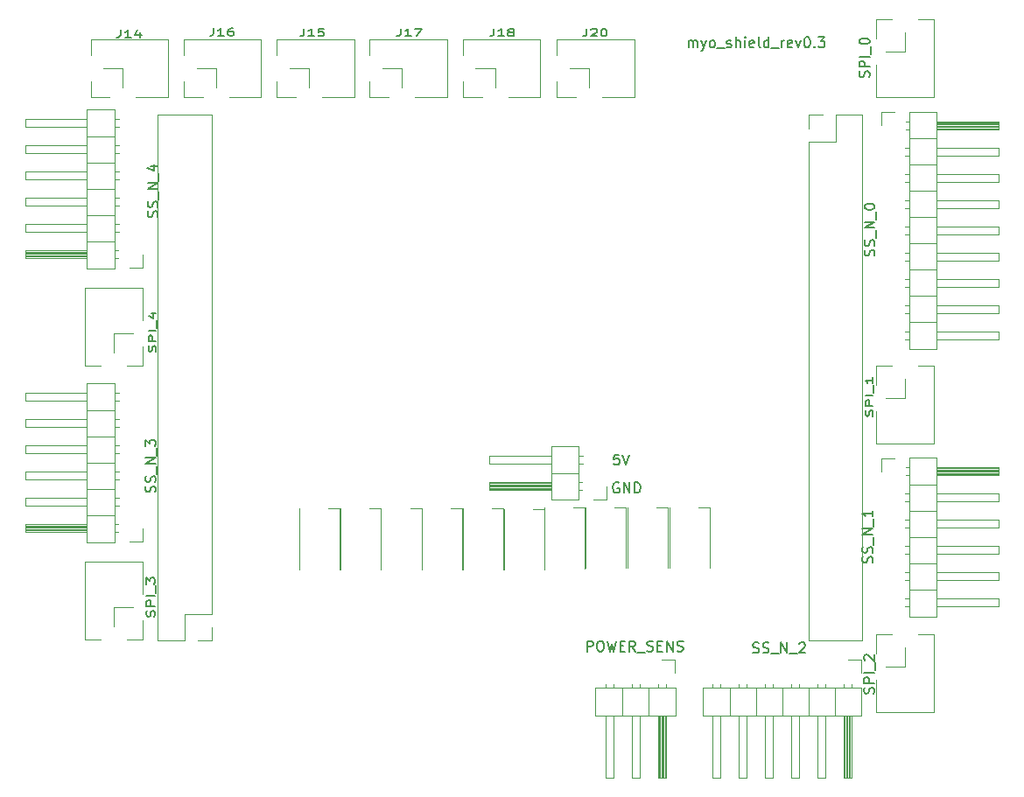
<source format=gbr>
G04 #@! TF.GenerationSoftware,KiCad,Pcbnew,5.1.0-060a0da~80~ubuntu18.04.1*
G04 #@! TF.CreationDate,2019-05-11T22:14:08+02:00*
G04 #@! TF.ProjectId,myo_shield_pcb,6d796f5f-7368-4696-956c-645f7063622e,rev?*
G04 #@! TF.SameCoordinates,Original*
G04 #@! TF.FileFunction,Legend,Top*
G04 #@! TF.FilePolarity,Positive*
%FSLAX46Y46*%
G04 Gerber Fmt 4.6, Leading zero omitted, Abs format (unit mm)*
G04 Created by KiCad (PCBNEW 5.1.0-060a0da~80~ubuntu18.04.1) date 2019-05-11 22:14:08*
%MOMM*%
%LPD*%
G04 APERTURE LIST*
%ADD10C,0.150000*%
%ADD11C,0.120000*%
G04 APERTURE END LIST*
D10*
X165838095Y-121100000D02*
X165742857Y-121052380D01*
X165600000Y-121052380D01*
X165457142Y-121100000D01*
X165361904Y-121195238D01*
X165314285Y-121290476D01*
X165266666Y-121480952D01*
X165266666Y-121623809D01*
X165314285Y-121814285D01*
X165361904Y-121909523D01*
X165457142Y-122004761D01*
X165600000Y-122052380D01*
X165695238Y-122052380D01*
X165838095Y-122004761D01*
X165885714Y-121957142D01*
X165885714Y-121623809D01*
X165695238Y-121623809D01*
X166314285Y-122052380D02*
X166314285Y-121052380D01*
X166885714Y-122052380D01*
X166885714Y-121052380D01*
X167361904Y-122052380D02*
X167361904Y-121052380D01*
X167600000Y-121052380D01*
X167742857Y-121100000D01*
X167838095Y-121195238D01*
X167885714Y-121290476D01*
X167933333Y-121480952D01*
X167933333Y-121623809D01*
X167885714Y-121814285D01*
X167838095Y-121909523D01*
X167742857Y-122004761D01*
X167600000Y-122052380D01*
X167361904Y-122052380D01*
X165859523Y-118352380D02*
X165383333Y-118352380D01*
X165335714Y-118828571D01*
X165383333Y-118780952D01*
X165478571Y-118733333D01*
X165716666Y-118733333D01*
X165811904Y-118780952D01*
X165859523Y-118828571D01*
X165907142Y-118923809D01*
X165907142Y-119161904D01*
X165859523Y-119257142D01*
X165811904Y-119304761D01*
X165716666Y-119352380D01*
X165478571Y-119352380D01*
X165383333Y-119304761D01*
X165335714Y-119257142D01*
X166192857Y-118352380D02*
X166526190Y-119352380D01*
X166859523Y-118352380D01*
X172578571Y-78952380D02*
X172578571Y-78285714D01*
X172578571Y-78380952D02*
X172626190Y-78333333D01*
X172721428Y-78285714D01*
X172864285Y-78285714D01*
X172959523Y-78333333D01*
X173007142Y-78428571D01*
X173007142Y-78952380D01*
X173007142Y-78428571D02*
X173054761Y-78333333D01*
X173150000Y-78285714D01*
X173292857Y-78285714D01*
X173388095Y-78333333D01*
X173435714Y-78428571D01*
X173435714Y-78952380D01*
X173816666Y-78285714D02*
X174054761Y-78952380D01*
X174292857Y-78285714D02*
X174054761Y-78952380D01*
X173959523Y-79190476D01*
X173911904Y-79238095D01*
X173816666Y-79285714D01*
X174816666Y-78952380D02*
X174721428Y-78904761D01*
X174673809Y-78857142D01*
X174626190Y-78761904D01*
X174626190Y-78476190D01*
X174673809Y-78380952D01*
X174721428Y-78333333D01*
X174816666Y-78285714D01*
X174959523Y-78285714D01*
X175054761Y-78333333D01*
X175102380Y-78380952D01*
X175150000Y-78476190D01*
X175150000Y-78761904D01*
X175102380Y-78857142D01*
X175054761Y-78904761D01*
X174959523Y-78952380D01*
X174816666Y-78952380D01*
X175340476Y-79047619D02*
X176102380Y-79047619D01*
X176292857Y-78904761D02*
X176388095Y-78952380D01*
X176578571Y-78952380D01*
X176673809Y-78904761D01*
X176721428Y-78809523D01*
X176721428Y-78761904D01*
X176673809Y-78666666D01*
X176578571Y-78619047D01*
X176435714Y-78619047D01*
X176340476Y-78571428D01*
X176292857Y-78476190D01*
X176292857Y-78428571D01*
X176340476Y-78333333D01*
X176435714Y-78285714D01*
X176578571Y-78285714D01*
X176673809Y-78333333D01*
X177150000Y-78952380D02*
X177150000Y-77952380D01*
X177578571Y-78952380D02*
X177578571Y-78428571D01*
X177530952Y-78333333D01*
X177435714Y-78285714D01*
X177292857Y-78285714D01*
X177197619Y-78333333D01*
X177150000Y-78380952D01*
X178054761Y-78952380D02*
X178054761Y-78285714D01*
X178054761Y-77952380D02*
X178007142Y-78000000D01*
X178054761Y-78047619D01*
X178102380Y-78000000D01*
X178054761Y-77952380D01*
X178054761Y-78047619D01*
X178911904Y-78904761D02*
X178816666Y-78952380D01*
X178626190Y-78952380D01*
X178530952Y-78904761D01*
X178483333Y-78809523D01*
X178483333Y-78428571D01*
X178530952Y-78333333D01*
X178626190Y-78285714D01*
X178816666Y-78285714D01*
X178911904Y-78333333D01*
X178959523Y-78428571D01*
X178959523Y-78523809D01*
X178483333Y-78619047D01*
X179530952Y-78952380D02*
X179435714Y-78904761D01*
X179388095Y-78809523D01*
X179388095Y-77952380D01*
X180340476Y-78952380D02*
X180340476Y-77952380D01*
X180340476Y-78904761D02*
X180245238Y-78952380D01*
X180054761Y-78952380D01*
X179959523Y-78904761D01*
X179911904Y-78857142D01*
X179864285Y-78761904D01*
X179864285Y-78476190D01*
X179911904Y-78380952D01*
X179959523Y-78333333D01*
X180054761Y-78285714D01*
X180245238Y-78285714D01*
X180340476Y-78333333D01*
X180578571Y-79047619D02*
X181340476Y-79047619D01*
X181578571Y-78952380D02*
X181578571Y-78285714D01*
X181578571Y-78476190D02*
X181626190Y-78380952D01*
X181673809Y-78333333D01*
X181769047Y-78285714D01*
X181864285Y-78285714D01*
X182578571Y-78904761D02*
X182483333Y-78952380D01*
X182292857Y-78952380D01*
X182197619Y-78904761D01*
X182150000Y-78809523D01*
X182150000Y-78428571D01*
X182197619Y-78333333D01*
X182292857Y-78285714D01*
X182483333Y-78285714D01*
X182578571Y-78333333D01*
X182626190Y-78428571D01*
X182626190Y-78523809D01*
X182150000Y-78619047D01*
X182959523Y-78285714D02*
X183197619Y-78952380D01*
X183435714Y-78285714D01*
X184007142Y-77952380D02*
X184102380Y-77952380D01*
X184197619Y-78000000D01*
X184245238Y-78047619D01*
X184292857Y-78142857D01*
X184340476Y-78333333D01*
X184340476Y-78571428D01*
X184292857Y-78761904D01*
X184245238Y-78857142D01*
X184197619Y-78904761D01*
X184102380Y-78952380D01*
X184007142Y-78952380D01*
X183911904Y-78904761D01*
X183864285Y-78857142D01*
X183816666Y-78761904D01*
X183769047Y-78571428D01*
X183769047Y-78333333D01*
X183816666Y-78142857D01*
X183864285Y-78047619D01*
X183911904Y-78000000D01*
X184007142Y-77952380D01*
X184769047Y-78857142D02*
X184816666Y-78904761D01*
X184769047Y-78952380D01*
X184721428Y-78904761D01*
X184769047Y-78857142D01*
X184769047Y-78952380D01*
X185150000Y-77952380D02*
X185769047Y-77952380D01*
X185435714Y-78333333D01*
X185578571Y-78333333D01*
X185673809Y-78380952D01*
X185721428Y-78428571D01*
X185769047Y-78523809D01*
X185769047Y-78761904D01*
X185721428Y-78857142D01*
X185673809Y-78904761D01*
X185578571Y-78952380D01*
X185292857Y-78952380D01*
X185197619Y-78904761D01*
X185150000Y-78857142D01*
D11*
X190700000Y-76250000D02*
X192230000Y-76250000D01*
X190700000Y-78095000D02*
X190700000Y-76250000D01*
X193500000Y-79365000D02*
X191630000Y-79365000D01*
X193500000Y-77495000D02*
X193500000Y-79365000D01*
X194770000Y-76250000D02*
X196300000Y-76250000D01*
X196300000Y-76250000D02*
X196300000Y-83750000D01*
X190700000Y-83750000D02*
X196300000Y-83750000D01*
X190700000Y-80635000D02*
X190700000Y-83750000D01*
X190700000Y-114135000D02*
X190700000Y-117250000D01*
X190700000Y-117250000D02*
X196300000Y-117250000D01*
X196300000Y-109750000D02*
X196300000Y-117250000D01*
X194770000Y-109750000D02*
X196300000Y-109750000D01*
X193500000Y-110995000D02*
X193500000Y-112865000D01*
X193500000Y-112865000D02*
X191630000Y-112865000D01*
X190700000Y-111595000D02*
X190700000Y-109750000D01*
X190700000Y-109750000D02*
X192230000Y-109750000D01*
X190700000Y-135750000D02*
X192230000Y-135750000D01*
X190700000Y-137595000D02*
X190700000Y-135750000D01*
X193500000Y-138865000D02*
X191630000Y-138865000D01*
X193500000Y-136995000D02*
X193500000Y-138865000D01*
X194770000Y-135750000D02*
X196300000Y-135750000D01*
X196300000Y-135750000D02*
X196300000Y-143250000D01*
X190700000Y-143250000D02*
X196300000Y-143250000D01*
X190700000Y-140135000D02*
X190700000Y-143250000D01*
X119800000Y-136250000D02*
X118270000Y-136250000D01*
X119800000Y-134405000D02*
X119800000Y-136250000D01*
X117000000Y-133135000D02*
X118870000Y-133135000D01*
X117000000Y-135005000D02*
X117000000Y-133135000D01*
X115730000Y-136250000D02*
X114200000Y-136250000D01*
X114200000Y-136250000D02*
X114200000Y-128750000D01*
X119800000Y-128750000D02*
X114200000Y-128750000D01*
X119800000Y-131865000D02*
X119800000Y-128750000D01*
X119800000Y-105365000D02*
X119800000Y-102250000D01*
X119800000Y-102250000D02*
X114200000Y-102250000D01*
X114200000Y-109750000D02*
X114200000Y-102250000D01*
X115730000Y-109750000D02*
X114200000Y-109750000D01*
X117000000Y-108505000D02*
X117000000Y-106635000D01*
X117000000Y-106635000D02*
X118870000Y-106635000D01*
X119800000Y-107905000D02*
X119800000Y-109750000D01*
X119800000Y-109750000D02*
X118270000Y-109750000D01*
X119135000Y-83800000D02*
X122250000Y-83800000D01*
X122250000Y-83800000D02*
X122250000Y-78200000D01*
X114750000Y-78200000D02*
X122250000Y-78200000D01*
X114750000Y-79730000D02*
X114750000Y-78200000D01*
X115995000Y-81000000D02*
X117865000Y-81000000D01*
X117865000Y-81000000D02*
X117865000Y-82870000D01*
X116595000Y-83800000D02*
X114750000Y-83800000D01*
X114750000Y-83800000D02*
X114750000Y-82270000D01*
X137135000Y-83800000D02*
X140250000Y-83800000D01*
X140250000Y-83800000D02*
X140250000Y-78200000D01*
X132750000Y-78200000D02*
X140250000Y-78200000D01*
X132750000Y-79730000D02*
X132750000Y-78200000D01*
X133995000Y-81000000D02*
X135865000Y-81000000D01*
X135865000Y-81000000D02*
X135865000Y-82870000D01*
X134595000Y-83800000D02*
X132750000Y-83800000D01*
X132750000Y-83800000D02*
X132750000Y-82270000D01*
X123750000Y-83800000D02*
X123750000Y-82270000D01*
X125595000Y-83800000D02*
X123750000Y-83800000D01*
X126865000Y-81000000D02*
X126865000Y-82870000D01*
X124995000Y-81000000D02*
X126865000Y-81000000D01*
X123750000Y-79730000D02*
X123750000Y-78200000D01*
X123750000Y-78200000D02*
X131250000Y-78200000D01*
X131250000Y-83800000D02*
X131250000Y-78200000D01*
X128135000Y-83800000D02*
X131250000Y-83800000D01*
X146135000Y-83800000D02*
X149250000Y-83800000D01*
X149250000Y-83800000D02*
X149250000Y-78200000D01*
X141750000Y-78200000D02*
X149250000Y-78200000D01*
X141750000Y-79730000D02*
X141750000Y-78200000D01*
X142995000Y-81000000D02*
X144865000Y-81000000D01*
X144865000Y-81000000D02*
X144865000Y-82870000D01*
X143595000Y-83800000D02*
X141750000Y-83800000D01*
X141750000Y-83800000D02*
X141750000Y-82270000D01*
X150750000Y-83800000D02*
X150750000Y-82270000D01*
X152595000Y-83800000D02*
X150750000Y-83800000D01*
X153865000Y-81000000D02*
X153865000Y-82870000D01*
X151995000Y-81000000D02*
X153865000Y-81000000D01*
X150750000Y-79730000D02*
X150750000Y-78200000D01*
X150750000Y-78200000D02*
X158250000Y-78200000D01*
X158250000Y-83800000D02*
X158250000Y-78200000D01*
X155135000Y-83800000D02*
X158250000Y-83800000D01*
X164235000Y-83800000D02*
X167350000Y-83800000D01*
X167350000Y-83800000D02*
X167350000Y-78200000D01*
X159850000Y-78200000D02*
X167350000Y-78200000D01*
X159850000Y-79730000D02*
X159850000Y-78200000D01*
X161095000Y-81000000D02*
X162965000Y-81000000D01*
X162965000Y-81000000D02*
X162965000Y-82870000D01*
X161695000Y-83800000D02*
X159850000Y-83800000D01*
X159850000Y-83800000D02*
X159850000Y-82270000D01*
X193940000Y-85170000D02*
X193940000Y-108150000D01*
X193940000Y-108150000D02*
X196600000Y-108150000D01*
X196600000Y-108150000D02*
X196600000Y-85170000D01*
X196600000Y-85170000D02*
X193940000Y-85170000D01*
X196600000Y-86120000D02*
X202600000Y-86120000D01*
X202600000Y-86120000D02*
X202600000Y-86880000D01*
X202600000Y-86880000D02*
X196600000Y-86880000D01*
X196600000Y-86180000D02*
X202600000Y-86180000D01*
X196600000Y-86300000D02*
X202600000Y-86300000D01*
X196600000Y-86420000D02*
X202600000Y-86420000D01*
X196600000Y-86540000D02*
X202600000Y-86540000D01*
X196600000Y-86660000D02*
X202600000Y-86660000D01*
X196600000Y-86780000D02*
X202600000Y-86780000D01*
X193610000Y-86120000D02*
X193940000Y-86120000D01*
X193610000Y-86880000D02*
X193940000Y-86880000D01*
X193940000Y-87770000D02*
X196600000Y-87770000D01*
X196600000Y-88660000D02*
X202600000Y-88660000D01*
X202600000Y-88660000D02*
X202600000Y-89420000D01*
X202600000Y-89420000D02*
X196600000Y-89420000D01*
X193542929Y-88660000D02*
X193940000Y-88660000D01*
X193542929Y-89420000D02*
X193940000Y-89420000D01*
X193940000Y-90310000D02*
X196600000Y-90310000D01*
X196600000Y-91200000D02*
X202600000Y-91200000D01*
X202600000Y-91200000D02*
X202600000Y-91960000D01*
X202600000Y-91960000D02*
X196600000Y-91960000D01*
X193542929Y-91200000D02*
X193940000Y-91200000D01*
X193542929Y-91960000D02*
X193940000Y-91960000D01*
X193940000Y-92850000D02*
X196600000Y-92850000D01*
X196600000Y-93740000D02*
X202600000Y-93740000D01*
X202600000Y-93740000D02*
X202600000Y-94500000D01*
X202600000Y-94500000D02*
X196600000Y-94500000D01*
X193542929Y-93740000D02*
X193940000Y-93740000D01*
X193542929Y-94500000D02*
X193940000Y-94500000D01*
X193940000Y-95390000D02*
X196600000Y-95390000D01*
X196600000Y-96280000D02*
X202600000Y-96280000D01*
X202600000Y-96280000D02*
X202600000Y-97040000D01*
X202600000Y-97040000D02*
X196600000Y-97040000D01*
X193542929Y-96280000D02*
X193940000Y-96280000D01*
X193542929Y-97040000D02*
X193940000Y-97040000D01*
X193940000Y-97930000D02*
X196600000Y-97930000D01*
X196600000Y-98820000D02*
X202600000Y-98820000D01*
X202600000Y-98820000D02*
X202600000Y-99580000D01*
X202600000Y-99580000D02*
X196600000Y-99580000D01*
X193542929Y-98820000D02*
X193940000Y-98820000D01*
X193542929Y-99580000D02*
X193940000Y-99580000D01*
X193940000Y-100470000D02*
X196600000Y-100470000D01*
X196600000Y-101360000D02*
X202600000Y-101360000D01*
X202600000Y-101360000D02*
X202600000Y-102120000D01*
X202600000Y-102120000D02*
X196600000Y-102120000D01*
X193542929Y-101360000D02*
X193940000Y-101360000D01*
X193542929Y-102120000D02*
X193940000Y-102120000D01*
X193940000Y-103010000D02*
X196600000Y-103010000D01*
X196600000Y-103900000D02*
X202600000Y-103900000D01*
X202600000Y-103900000D02*
X202600000Y-104660000D01*
X202600000Y-104660000D02*
X196600000Y-104660000D01*
X193542929Y-103900000D02*
X193940000Y-103900000D01*
X193542929Y-104660000D02*
X193940000Y-104660000D01*
X193940000Y-105550000D02*
X196600000Y-105550000D01*
X196600000Y-106440000D02*
X202600000Y-106440000D01*
X202600000Y-106440000D02*
X202600000Y-107200000D01*
X202600000Y-107200000D02*
X196600000Y-107200000D01*
X193542929Y-106440000D02*
X193940000Y-106440000D01*
X193542929Y-107200000D02*
X193940000Y-107200000D01*
X191230000Y-86500000D02*
X191230000Y-85230000D01*
X191230000Y-85230000D02*
X192500000Y-85230000D01*
X191230000Y-118730000D02*
X192500000Y-118730000D01*
X191230000Y-120000000D02*
X191230000Y-118730000D01*
X193542929Y-133080000D02*
X193940000Y-133080000D01*
X193542929Y-132320000D02*
X193940000Y-132320000D01*
X202600000Y-133080000D02*
X196600000Y-133080000D01*
X202600000Y-132320000D02*
X202600000Y-133080000D01*
X196600000Y-132320000D02*
X202600000Y-132320000D01*
X193940000Y-131430000D02*
X196600000Y-131430000D01*
X193542929Y-130540000D02*
X193940000Y-130540000D01*
X193542929Y-129780000D02*
X193940000Y-129780000D01*
X202600000Y-130540000D02*
X196600000Y-130540000D01*
X202600000Y-129780000D02*
X202600000Y-130540000D01*
X196600000Y-129780000D02*
X202600000Y-129780000D01*
X193940000Y-128890000D02*
X196600000Y-128890000D01*
X193542929Y-128000000D02*
X193940000Y-128000000D01*
X193542929Y-127240000D02*
X193940000Y-127240000D01*
X202600000Y-128000000D02*
X196600000Y-128000000D01*
X202600000Y-127240000D02*
X202600000Y-128000000D01*
X196600000Y-127240000D02*
X202600000Y-127240000D01*
X193940000Y-126350000D02*
X196600000Y-126350000D01*
X193542929Y-125460000D02*
X193940000Y-125460000D01*
X193542929Y-124700000D02*
X193940000Y-124700000D01*
X202600000Y-125460000D02*
X196600000Y-125460000D01*
X202600000Y-124700000D02*
X202600000Y-125460000D01*
X196600000Y-124700000D02*
X202600000Y-124700000D01*
X193940000Y-123810000D02*
X196600000Y-123810000D01*
X193542929Y-122920000D02*
X193940000Y-122920000D01*
X193542929Y-122160000D02*
X193940000Y-122160000D01*
X202600000Y-122920000D02*
X196600000Y-122920000D01*
X202600000Y-122160000D02*
X202600000Y-122920000D01*
X196600000Y-122160000D02*
X202600000Y-122160000D01*
X193940000Y-121270000D02*
X196600000Y-121270000D01*
X193610000Y-120380000D02*
X193940000Y-120380000D01*
X193610000Y-119620000D02*
X193940000Y-119620000D01*
X196600000Y-120280000D02*
X202600000Y-120280000D01*
X196600000Y-120160000D02*
X202600000Y-120160000D01*
X196600000Y-120040000D02*
X202600000Y-120040000D01*
X196600000Y-119920000D02*
X202600000Y-119920000D01*
X196600000Y-119800000D02*
X202600000Y-119800000D01*
X196600000Y-119680000D02*
X202600000Y-119680000D01*
X202600000Y-120380000D02*
X196600000Y-120380000D01*
X202600000Y-119620000D02*
X202600000Y-120380000D01*
X196600000Y-119620000D02*
X202600000Y-119620000D01*
X196600000Y-118670000D02*
X193940000Y-118670000D01*
X196600000Y-134030000D02*
X196600000Y-118670000D01*
X193940000Y-134030000D02*
X196600000Y-134030000D01*
X193940000Y-118670000D02*
X193940000Y-134030000D01*
X189330000Y-140940000D02*
X173970000Y-140940000D01*
X173970000Y-140940000D02*
X173970000Y-143600000D01*
X173970000Y-143600000D02*
X189330000Y-143600000D01*
X189330000Y-143600000D02*
X189330000Y-140940000D01*
X188380000Y-143600000D02*
X188380000Y-149600000D01*
X188380000Y-149600000D02*
X187620000Y-149600000D01*
X187620000Y-149600000D02*
X187620000Y-143600000D01*
X188320000Y-143600000D02*
X188320000Y-149600000D01*
X188200000Y-143600000D02*
X188200000Y-149600000D01*
X188080000Y-143600000D02*
X188080000Y-149600000D01*
X187960000Y-143600000D02*
X187960000Y-149600000D01*
X187840000Y-143600000D02*
X187840000Y-149600000D01*
X187720000Y-143600000D02*
X187720000Y-149600000D01*
X188380000Y-140610000D02*
X188380000Y-140940000D01*
X187620000Y-140610000D02*
X187620000Y-140940000D01*
X186730000Y-140940000D02*
X186730000Y-143600000D01*
X185840000Y-143600000D02*
X185840000Y-149600000D01*
X185840000Y-149600000D02*
X185080000Y-149600000D01*
X185080000Y-149600000D02*
X185080000Y-143600000D01*
X185840000Y-140542929D02*
X185840000Y-140940000D01*
X185080000Y-140542929D02*
X185080000Y-140940000D01*
X184190000Y-140940000D02*
X184190000Y-143600000D01*
X183300000Y-143600000D02*
X183300000Y-149600000D01*
X183300000Y-149600000D02*
X182540000Y-149600000D01*
X182540000Y-149600000D02*
X182540000Y-143600000D01*
X183300000Y-140542929D02*
X183300000Y-140940000D01*
X182540000Y-140542929D02*
X182540000Y-140940000D01*
X181650000Y-140940000D02*
X181650000Y-143600000D01*
X180760000Y-143600000D02*
X180760000Y-149600000D01*
X180760000Y-149600000D02*
X180000000Y-149600000D01*
X180000000Y-149600000D02*
X180000000Y-143600000D01*
X180760000Y-140542929D02*
X180760000Y-140940000D01*
X180000000Y-140542929D02*
X180000000Y-140940000D01*
X179110000Y-140940000D02*
X179110000Y-143600000D01*
X178220000Y-143600000D02*
X178220000Y-149600000D01*
X178220000Y-149600000D02*
X177460000Y-149600000D01*
X177460000Y-149600000D02*
X177460000Y-143600000D01*
X178220000Y-140542929D02*
X178220000Y-140940000D01*
X177460000Y-140542929D02*
X177460000Y-140940000D01*
X176570000Y-140940000D02*
X176570000Y-143600000D01*
X175680000Y-143600000D02*
X175680000Y-149600000D01*
X175680000Y-149600000D02*
X174920000Y-149600000D01*
X174920000Y-149600000D02*
X174920000Y-143600000D01*
X175680000Y-140542929D02*
X175680000Y-140940000D01*
X174920000Y-140542929D02*
X174920000Y-140940000D01*
X188000000Y-138230000D02*
X189270000Y-138230000D01*
X189270000Y-138230000D02*
X189270000Y-139500000D01*
X119770000Y-126770000D02*
X118500000Y-126770000D01*
X119770000Y-125500000D02*
X119770000Y-126770000D01*
X117457071Y-112420000D02*
X117060000Y-112420000D01*
X117457071Y-113180000D02*
X117060000Y-113180000D01*
X108400000Y-112420000D02*
X114400000Y-112420000D01*
X108400000Y-113180000D02*
X108400000Y-112420000D01*
X114400000Y-113180000D02*
X108400000Y-113180000D01*
X117060000Y-114070000D02*
X114400000Y-114070000D01*
X117457071Y-114960000D02*
X117060000Y-114960000D01*
X117457071Y-115720000D02*
X117060000Y-115720000D01*
X108400000Y-114960000D02*
X114400000Y-114960000D01*
X108400000Y-115720000D02*
X108400000Y-114960000D01*
X114400000Y-115720000D02*
X108400000Y-115720000D01*
X117060000Y-116610000D02*
X114400000Y-116610000D01*
X117457071Y-117500000D02*
X117060000Y-117500000D01*
X117457071Y-118260000D02*
X117060000Y-118260000D01*
X108400000Y-117500000D02*
X114400000Y-117500000D01*
X108400000Y-118260000D02*
X108400000Y-117500000D01*
X114400000Y-118260000D02*
X108400000Y-118260000D01*
X117060000Y-119150000D02*
X114400000Y-119150000D01*
X117457071Y-120040000D02*
X117060000Y-120040000D01*
X117457071Y-120800000D02*
X117060000Y-120800000D01*
X108400000Y-120040000D02*
X114400000Y-120040000D01*
X108400000Y-120800000D02*
X108400000Y-120040000D01*
X114400000Y-120800000D02*
X108400000Y-120800000D01*
X117060000Y-121690000D02*
X114400000Y-121690000D01*
X117457071Y-122580000D02*
X117060000Y-122580000D01*
X117457071Y-123340000D02*
X117060000Y-123340000D01*
X108400000Y-122580000D02*
X114400000Y-122580000D01*
X108400000Y-123340000D02*
X108400000Y-122580000D01*
X114400000Y-123340000D02*
X108400000Y-123340000D01*
X117060000Y-124230000D02*
X114400000Y-124230000D01*
X117390000Y-125120000D02*
X117060000Y-125120000D01*
X117390000Y-125880000D02*
X117060000Y-125880000D01*
X114400000Y-125220000D02*
X108400000Y-125220000D01*
X114400000Y-125340000D02*
X108400000Y-125340000D01*
X114400000Y-125460000D02*
X108400000Y-125460000D01*
X114400000Y-125580000D02*
X108400000Y-125580000D01*
X114400000Y-125700000D02*
X108400000Y-125700000D01*
X114400000Y-125820000D02*
X108400000Y-125820000D01*
X108400000Y-125120000D02*
X114400000Y-125120000D01*
X108400000Y-125880000D02*
X108400000Y-125120000D01*
X114400000Y-125880000D02*
X108400000Y-125880000D01*
X114400000Y-126830000D02*
X117060000Y-126830000D01*
X114400000Y-111470000D02*
X114400000Y-126830000D01*
X117060000Y-111470000D02*
X114400000Y-111470000D01*
X117060000Y-126830000D02*
X117060000Y-111470000D01*
X171330000Y-140940000D02*
X163590000Y-140940000D01*
X163590000Y-140940000D02*
X163590000Y-143600000D01*
X163590000Y-143600000D02*
X171330000Y-143600000D01*
X171330000Y-143600000D02*
X171330000Y-140940000D01*
X170380000Y-143600000D02*
X170380000Y-149600000D01*
X170380000Y-149600000D02*
X169620000Y-149600000D01*
X169620000Y-149600000D02*
X169620000Y-143600000D01*
X170320000Y-143600000D02*
X170320000Y-149600000D01*
X170200000Y-143600000D02*
X170200000Y-149600000D01*
X170080000Y-143600000D02*
X170080000Y-149600000D01*
X169960000Y-143600000D02*
X169960000Y-149600000D01*
X169840000Y-143600000D02*
X169840000Y-149600000D01*
X169720000Y-143600000D02*
X169720000Y-149600000D01*
X170380000Y-140610000D02*
X170380000Y-140940000D01*
X169620000Y-140610000D02*
X169620000Y-140940000D01*
X168730000Y-140940000D02*
X168730000Y-143600000D01*
X167840000Y-143600000D02*
X167840000Y-149600000D01*
X167840000Y-149600000D02*
X167080000Y-149600000D01*
X167080000Y-149600000D02*
X167080000Y-143600000D01*
X167840000Y-140542929D02*
X167840000Y-140940000D01*
X167080000Y-140542929D02*
X167080000Y-140940000D01*
X166190000Y-140940000D02*
X166190000Y-143600000D01*
X165300000Y-143600000D02*
X165300000Y-149600000D01*
X165300000Y-149600000D02*
X164540000Y-149600000D01*
X164540000Y-149600000D02*
X164540000Y-143600000D01*
X165300000Y-140542929D02*
X165300000Y-140940000D01*
X164540000Y-140542929D02*
X164540000Y-140940000D01*
X170000000Y-138230000D02*
X171270000Y-138230000D01*
X171270000Y-138230000D02*
X171270000Y-139500000D01*
X117060000Y-100330000D02*
X117060000Y-84970000D01*
X117060000Y-84970000D02*
X114400000Y-84970000D01*
X114400000Y-84970000D02*
X114400000Y-100330000D01*
X114400000Y-100330000D02*
X117060000Y-100330000D01*
X114400000Y-99380000D02*
X108400000Y-99380000D01*
X108400000Y-99380000D02*
X108400000Y-98620000D01*
X108400000Y-98620000D02*
X114400000Y-98620000D01*
X114400000Y-99320000D02*
X108400000Y-99320000D01*
X114400000Y-99200000D02*
X108400000Y-99200000D01*
X114400000Y-99080000D02*
X108400000Y-99080000D01*
X114400000Y-98960000D02*
X108400000Y-98960000D01*
X114400000Y-98840000D02*
X108400000Y-98840000D01*
X114400000Y-98720000D02*
X108400000Y-98720000D01*
X117390000Y-99380000D02*
X117060000Y-99380000D01*
X117390000Y-98620000D02*
X117060000Y-98620000D01*
X117060000Y-97730000D02*
X114400000Y-97730000D01*
X114400000Y-96840000D02*
X108400000Y-96840000D01*
X108400000Y-96840000D02*
X108400000Y-96080000D01*
X108400000Y-96080000D02*
X114400000Y-96080000D01*
X117457071Y-96840000D02*
X117060000Y-96840000D01*
X117457071Y-96080000D02*
X117060000Y-96080000D01*
X117060000Y-95190000D02*
X114400000Y-95190000D01*
X114400000Y-94300000D02*
X108400000Y-94300000D01*
X108400000Y-94300000D02*
X108400000Y-93540000D01*
X108400000Y-93540000D02*
X114400000Y-93540000D01*
X117457071Y-94300000D02*
X117060000Y-94300000D01*
X117457071Y-93540000D02*
X117060000Y-93540000D01*
X117060000Y-92650000D02*
X114400000Y-92650000D01*
X114400000Y-91760000D02*
X108400000Y-91760000D01*
X108400000Y-91760000D02*
X108400000Y-91000000D01*
X108400000Y-91000000D02*
X114400000Y-91000000D01*
X117457071Y-91760000D02*
X117060000Y-91760000D01*
X117457071Y-91000000D02*
X117060000Y-91000000D01*
X117060000Y-90110000D02*
X114400000Y-90110000D01*
X114400000Y-89220000D02*
X108400000Y-89220000D01*
X108400000Y-89220000D02*
X108400000Y-88460000D01*
X108400000Y-88460000D02*
X114400000Y-88460000D01*
X117457071Y-89220000D02*
X117060000Y-89220000D01*
X117457071Y-88460000D02*
X117060000Y-88460000D01*
X117060000Y-87570000D02*
X114400000Y-87570000D01*
X114400000Y-86680000D02*
X108400000Y-86680000D01*
X108400000Y-86680000D02*
X108400000Y-85920000D01*
X108400000Y-85920000D02*
X114400000Y-85920000D01*
X117457071Y-86680000D02*
X117060000Y-86680000D01*
X117457071Y-85920000D02*
X117060000Y-85920000D01*
X119770000Y-99000000D02*
X119770000Y-100270000D01*
X119770000Y-100270000D02*
X118500000Y-100270000D01*
X161960000Y-122730000D02*
X161960000Y-117530000D01*
X161960000Y-117530000D02*
X159300000Y-117530000D01*
X159300000Y-117530000D02*
X159300000Y-122730000D01*
X159300000Y-122730000D02*
X161960000Y-122730000D01*
X159300000Y-121780000D02*
X153300000Y-121780000D01*
X153300000Y-121780000D02*
X153300000Y-121020000D01*
X153300000Y-121020000D02*
X159300000Y-121020000D01*
X159300000Y-121720000D02*
X153300000Y-121720000D01*
X159300000Y-121600000D02*
X153300000Y-121600000D01*
X159300000Y-121480000D02*
X153300000Y-121480000D01*
X159300000Y-121360000D02*
X153300000Y-121360000D01*
X159300000Y-121240000D02*
X153300000Y-121240000D01*
X159300000Y-121120000D02*
X153300000Y-121120000D01*
X162290000Y-121780000D02*
X161960000Y-121780000D01*
X162290000Y-121020000D02*
X161960000Y-121020000D01*
X161960000Y-120130000D02*
X159300000Y-120130000D01*
X159300000Y-119240000D02*
X153300000Y-119240000D01*
X153300000Y-119240000D02*
X153300000Y-118480000D01*
X153300000Y-118480000D02*
X159300000Y-118480000D01*
X162357071Y-119240000D02*
X161960000Y-119240000D01*
X162357071Y-118480000D02*
X161960000Y-118480000D01*
X164670000Y-121400000D02*
X164670000Y-122670000D01*
X164670000Y-122670000D02*
X163400000Y-122670000D01*
X184220000Y-85460000D02*
X185550000Y-85460000D01*
X184220000Y-86790000D02*
X184220000Y-85460000D01*
X186820000Y-85460000D02*
X189420000Y-85460000D01*
X186820000Y-88060000D02*
X186820000Y-85460000D01*
X184220000Y-88060000D02*
X186820000Y-88060000D01*
X189420000Y-85460000D02*
X189420000Y-136380000D01*
X184220000Y-88060000D02*
X184220000Y-136380000D01*
X184220000Y-136380000D02*
X189420000Y-136380000D01*
X126430000Y-85460000D02*
X121230000Y-85460000D01*
X126430000Y-133780000D02*
X126430000Y-85460000D01*
X121230000Y-136380000D02*
X121230000Y-85460000D01*
X126430000Y-133780000D02*
X123830000Y-133780000D01*
X123830000Y-133780000D02*
X123830000Y-136380000D01*
X123830000Y-136380000D02*
X121230000Y-136380000D01*
X126430000Y-135050000D02*
X126430000Y-136380000D01*
X126430000Y-136380000D02*
X125100000Y-136380000D01*
X170750000Y-129350000D02*
X170750000Y-123450000D01*
X174650000Y-129350000D02*
X174650000Y-123450000D01*
X174650000Y-123450000D02*
X173575000Y-123450000D01*
X166650000Y-129350000D02*
X166650000Y-123450000D01*
X170550000Y-129350000D02*
X170550000Y-123450000D01*
X170550000Y-123450000D02*
X169475000Y-123450000D01*
X166500000Y-123450000D02*
X165425000Y-123450000D01*
X166500000Y-129350000D02*
X166500000Y-123450000D01*
X162600000Y-129350000D02*
X162600000Y-123450000D01*
X158650000Y-129400000D02*
X158650000Y-123500000D01*
X162550000Y-129400000D02*
X162550000Y-123500000D01*
X162550000Y-123500000D02*
X161475000Y-123500000D01*
X158650000Y-123600000D02*
X157575000Y-123600000D01*
X158650000Y-129500000D02*
X158650000Y-123600000D01*
X154750000Y-129500000D02*
X154750000Y-123600000D01*
X154650000Y-123550000D02*
X153575000Y-123550000D01*
X154650000Y-129450000D02*
X154650000Y-123550000D01*
X150750000Y-129450000D02*
X150750000Y-123550000D01*
X146750000Y-129450000D02*
X146750000Y-123550000D01*
X150650000Y-129450000D02*
X150650000Y-123550000D01*
X150650000Y-123550000D02*
X149575000Y-123550000D01*
X146750000Y-123550000D02*
X145675000Y-123550000D01*
X146750000Y-129450000D02*
X146750000Y-123550000D01*
X142850000Y-129450000D02*
X142850000Y-123550000D01*
X138900000Y-129450000D02*
X138900000Y-123550000D01*
X142800000Y-129450000D02*
X142800000Y-123550000D01*
X142800000Y-123550000D02*
X141725000Y-123550000D01*
X134900000Y-129450000D02*
X134900000Y-123550000D01*
X138800000Y-129450000D02*
X138800000Y-123550000D01*
X138800000Y-123550000D02*
X137725000Y-123550000D01*
D10*
X190054761Y-81830952D02*
X190102380Y-81688095D01*
X190102380Y-81450000D01*
X190054761Y-81354761D01*
X190007142Y-81307142D01*
X189911904Y-81259523D01*
X189816666Y-81259523D01*
X189721428Y-81307142D01*
X189673809Y-81354761D01*
X189626190Y-81450000D01*
X189578571Y-81640476D01*
X189530952Y-81735714D01*
X189483333Y-81783333D01*
X189388095Y-81830952D01*
X189292857Y-81830952D01*
X189197619Y-81783333D01*
X189150000Y-81735714D01*
X189102380Y-81640476D01*
X189102380Y-81402380D01*
X189150000Y-81259523D01*
X190102380Y-80830952D02*
X189102380Y-80830952D01*
X189102380Y-80450000D01*
X189150000Y-80354761D01*
X189197619Y-80307142D01*
X189292857Y-80259523D01*
X189435714Y-80259523D01*
X189530952Y-80307142D01*
X189578571Y-80354761D01*
X189626190Y-80450000D01*
X189626190Y-80830952D01*
X190102380Y-79830952D02*
X189102380Y-79830952D01*
X190197619Y-79592857D02*
X190197619Y-78830952D01*
X189102380Y-78402380D02*
X189102380Y-78307142D01*
X189150000Y-78211904D01*
X189197619Y-78164285D01*
X189292857Y-78116666D01*
X189483333Y-78069047D01*
X189721428Y-78069047D01*
X189911904Y-78116666D01*
X190007142Y-78164285D01*
X190054761Y-78211904D01*
X190102380Y-78307142D01*
X190102380Y-78402380D01*
X190054761Y-78497619D01*
X190007142Y-78545238D01*
X189911904Y-78592857D01*
X189721428Y-78640476D01*
X189483333Y-78640476D01*
X189292857Y-78592857D01*
X189197619Y-78545238D01*
X189150000Y-78497619D01*
X189102380Y-78402380D01*
X190383333Y-114630952D02*
X190416666Y-114488095D01*
X190416666Y-114250000D01*
X190383333Y-114154761D01*
X190350000Y-114107142D01*
X190283333Y-114059523D01*
X190216666Y-114059523D01*
X190150000Y-114107142D01*
X190116666Y-114154761D01*
X190083333Y-114250000D01*
X190050000Y-114440476D01*
X190016666Y-114535714D01*
X189983333Y-114583333D01*
X189916666Y-114630952D01*
X189850000Y-114630952D01*
X189783333Y-114583333D01*
X189750000Y-114535714D01*
X189716666Y-114440476D01*
X189716666Y-114202380D01*
X189750000Y-114059523D01*
X190416666Y-113630952D02*
X189716666Y-113630952D01*
X189716666Y-113250000D01*
X189750000Y-113154761D01*
X189783333Y-113107142D01*
X189850000Y-113059523D01*
X189950000Y-113059523D01*
X190016666Y-113107142D01*
X190050000Y-113154761D01*
X190083333Y-113250000D01*
X190083333Y-113630952D01*
X190416666Y-112630952D02*
X189716666Y-112630952D01*
X190483333Y-112392857D02*
X190483333Y-111630952D01*
X190416666Y-110869047D02*
X190416666Y-111440476D01*
X190416666Y-111154761D02*
X189716666Y-111154761D01*
X189816666Y-111250000D01*
X189883333Y-111345238D01*
X189916666Y-111440476D01*
X190504761Y-141480952D02*
X190552380Y-141338095D01*
X190552380Y-141100000D01*
X190504761Y-141004761D01*
X190457142Y-140957142D01*
X190361904Y-140909523D01*
X190266666Y-140909523D01*
X190171428Y-140957142D01*
X190123809Y-141004761D01*
X190076190Y-141100000D01*
X190028571Y-141290476D01*
X189980952Y-141385714D01*
X189933333Y-141433333D01*
X189838095Y-141480952D01*
X189742857Y-141480952D01*
X189647619Y-141433333D01*
X189600000Y-141385714D01*
X189552380Y-141290476D01*
X189552380Y-141052380D01*
X189600000Y-140909523D01*
X190552380Y-140480952D02*
X189552380Y-140480952D01*
X189552380Y-140100000D01*
X189600000Y-140004761D01*
X189647619Y-139957142D01*
X189742857Y-139909523D01*
X189885714Y-139909523D01*
X189980952Y-139957142D01*
X190028571Y-140004761D01*
X190076190Y-140100000D01*
X190076190Y-140480952D01*
X190552380Y-139480952D02*
X189552380Y-139480952D01*
X190647619Y-139242857D02*
X190647619Y-138480952D01*
X189647619Y-138290476D02*
X189600000Y-138242857D01*
X189552380Y-138147619D01*
X189552380Y-137909523D01*
X189600000Y-137814285D01*
X189647619Y-137766666D01*
X189742857Y-137719047D01*
X189838095Y-137719047D01*
X189980952Y-137766666D01*
X190552380Y-138338095D01*
X190552380Y-137719047D01*
X120923809Y-134030952D02*
X120961904Y-133888095D01*
X120961904Y-133650000D01*
X120923809Y-133554761D01*
X120885714Y-133507142D01*
X120809523Y-133459523D01*
X120733333Y-133459523D01*
X120657142Y-133507142D01*
X120619047Y-133554761D01*
X120580952Y-133650000D01*
X120542857Y-133840476D01*
X120504761Y-133935714D01*
X120466666Y-133983333D01*
X120390476Y-134030952D01*
X120314285Y-134030952D01*
X120238095Y-133983333D01*
X120200000Y-133935714D01*
X120161904Y-133840476D01*
X120161904Y-133602380D01*
X120200000Y-133459523D01*
X120961904Y-133030952D02*
X120161904Y-133030952D01*
X120161904Y-132650000D01*
X120200000Y-132554761D01*
X120238095Y-132507142D01*
X120314285Y-132459523D01*
X120428571Y-132459523D01*
X120504761Y-132507142D01*
X120542857Y-132554761D01*
X120580952Y-132650000D01*
X120580952Y-133030952D01*
X120961904Y-132030952D02*
X120161904Y-132030952D01*
X121038095Y-131792857D02*
X121038095Y-131030952D01*
X120161904Y-130888095D02*
X120161904Y-130269047D01*
X120466666Y-130602380D01*
X120466666Y-130459523D01*
X120504761Y-130364285D01*
X120542857Y-130316666D01*
X120619047Y-130269047D01*
X120809523Y-130269047D01*
X120885714Y-130316666D01*
X120923809Y-130364285D01*
X120961904Y-130459523D01*
X120961904Y-130745238D01*
X120923809Y-130840476D01*
X120885714Y-130888095D01*
X121033333Y-108380952D02*
X121066666Y-108238095D01*
X121066666Y-108000000D01*
X121033333Y-107904761D01*
X121000000Y-107857142D01*
X120933333Y-107809523D01*
X120866666Y-107809523D01*
X120800000Y-107857142D01*
X120766666Y-107904761D01*
X120733333Y-108000000D01*
X120700000Y-108190476D01*
X120666666Y-108285714D01*
X120633333Y-108333333D01*
X120566666Y-108380952D01*
X120500000Y-108380952D01*
X120433333Y-108333333D01*
X120400000Y-108285714D01*
X120366666Y-108190476D01*
X120366666Y-107952380D01*
X120400000Y-107809523D01*
X121066666Y-107380952D02*
X120366666Y-107380952D01*
X120366666Y-107000000D01*
X120400000Y-106904761D01*
X120433333Y-106857142D01*
X120500000Y-106809523D01*
X120600000Y-106809523D01*
X120666666Y-106857142D01*
X120700000Y-106904761D01*
X120733333Y-107000000D01*
X120733333Y-107380952D01*
X121066666Y-106380952D02*
X120366666Y-106380952D01*
X121133333Y-106142857D02*
X121133333Y-105380952D01*
X120600000Y-104714285D02*
X121066666Y-104714285D01*
X120333333Y-104952380D02*
X120833333Y-105190476D01*
X120833333Y-104571428D01*
X117660476Y-77276666D02*
X117660476Y-77776666D01*
X117612857Y-77876666D01*
X117517619Y-77943333D01*
X117374761Y-77976666D01*
X117279523Y-77976666D01*
X118660476Y-77976666D02*
X118089047Y-77976666D01*
X118374761Y-77976666D02*
X118374761Y-77276666D01*
X118279523Y-77376666D01*
X118184285Y-77443333D01*
X118089047Y-77476666D01*
X119517619Y-77510000D02*
X119517619Y-77976666D01*
X119279523Y-77243333D02*
X119041428Y-77743333D01*
X119660476Y-77743333D01*
X135380476Y-77156666D02*
X135380476Y-77656666D01*
X135332857Y-77756666D01*
X135237619Y-77823333D01*
X135094761Y-77856666D01*
X134999523Y-77856666D01*
X136380476Y-77856666D02*
X135809047Y-77856666D01*
X136094761Y-77856666D02*
X136094761Y-77156666D01*
X135999523Y-77256666D01*
X135904285Y-77323333D01*
X135809047Y-77356666D01*
X137285238Y-77156666D02*
X136809047Y-77156666D01*
X136761428Y-77490000D01*
X136809047Y-77456666D01*
X136904285Y-77423333D01*
X137142380Y-77423333D01*
X137237619Y-77456666D01*
X137285238Y-77490000D01*
X137332857Y-77556666D01*
X137332857Y-77723333D01*
X137285238Y-77790000D01*
X137237619Y-77823333D01*
X137142380Y-77856666D01*
X136904285Y-77856666D01*
X136809047Y-77823333D01*
X136761428Y-77790000D01*
X126640476Y-77116666D02*
X126640476Y-77616666D01*
X126592857Y-77716666D01*
X126497619Y-77783333D01*
X126354761Y-77816666D01*
X126259523Y-77816666D01*
X127640476Y-77816666D02*
X127069047Y-77816666D01*
X127354761Y-77816666D02*
X127354761Y-77116666D01*
X127259523Y-77216666D01*
X127164285Y-77283333D01*
X127069047Y-77316666D01*
X128497619Y-77116666D02*
X128307142Y-77116666D01*
X128211904Y-77150000D01*
X128164285Y-77183333D01*
X128069047Y-77283333D01*
X128021428Y-77416666D01*
X128021428Y-77683333D01*
X128069047Y-77750000D01*
X128116666Y-77783333D01*
X128211904Y-77816666D01*
X128402380Y-77816666D01*
X128497619Y-77783333D01*
X128545238Y-77750000D01*
X128592857Y-77683333D01*
X128592857Y-77516666D01*
X128545238Y-77450000D01*
X128497619Y-77416666D01*
X128402380Y-77383333D01*
X128211904Y-77383333D01*
X128116666Y-77416666D01*
X128069047Y-77450000D01*
X128021428Y-77516666D01*
X144750476Y-77156666D02*
X144750476Y-77656666D01*
X144702857Y-77756666D01*
X144607619Y-77823333D01*
X144464761Y-77856666D01*
X144369523Y-77856666D01*
X145750476Y-77856666D02*
X145179047Y-77856666D01*
X145464761Y-77856666D02*
X145464761Y-77156666D01*
X145369523Y-77256666D01*
X145274285Y-77323333D01*
X145179047Y-77356666D01*
X146083809Y-77156666D02*
X146750476Y-77156666D01*
X146321904Y-77856666D01*
X153740476Y-77166666D02*
X153740476Y-77666666D01*
X153692857Y-77766666D01*
X153597619Y-77833333D01*
X153454761Y-77866666D01*
X153359523Y-77866666D01*
X154740476Y-77866666D02*
X154169047Y-77866666D01*
X154454761Y-77866666D02*
X154454761Y-77166666D01*
X154359523Y-77266666D01*
X154264285Y-77333333D01*
X154169047Y-77366666D01*
X155311904Y-77466666D02*
X155216666Y-77433333D01*
X155169047Y-77400000D01*
X155121428Y-77333333D01*
X155121428Y-77300000D01*
X155169047Y-77233333D01*
X155216666Y-77200000D01*
X155311904Y-77166666D01*
X155502380Y-77166666D01*
X155597619Y-77200000D01*
X155645238Y-77233333D01*
X155692857Y-77300000D01*
X155692857Y-77333333D01*
X155645238Y-77400000D01*
X155597619Y-77433333D01*
X155502380Y-77466666D01*
X155311904Y-77466666D01*
X155216666Y-77500000D01*
X155169047Y-77533333D01*
X155121428Y-77600000D01*
X155121428Y-77733333D01*
X155169047Y-77800000D01*
X155216666Y-77833333D01*
X155311904Y-77866666D01*
X155502380Y-77866666D01*
X155597619Y-77833333D01*
X155645238Y-77800000D01*
X155692857Y-77733333D01*
X155692857Y-77600000D01*
X155645238Y-77533333D01*
X155597619Y-77500000D01*
X155502380Y-77466666D01*
X162740476Y-77166666D02*
X162740476Y-77666666D01*
X162692857Y-77766666D01*
X162597619Y-77833333D01*
X162454761Y-77866666D01*
X162359523Y-77866666D01*
X163169047Y-77233333D02*
X163216666Y-77200000D01*
X163311904Y-77166666D01*
X163550000Y-77166666D01*
X163645238Y-77200000D01*
X163692857Y-77233333D01*
X163740476Y-77300000D01*
X163740476Y-77366666D01*
X163692857Y-77466666D01*
X163121428Y-77866666D01*
X163740476Y-77866666D01*
X164359523Y-77166666D02*
X164454761Y-77166666D01*
X164550000Y-77200000D01*
X164597619Y-77233333D01*
X164645238Y-77300000D01*
X164692857Y-77433333D01*
X164692857Y-77600000D01*
X164645238Y-77733333D01*
X164597619Y-77800000D01*
X164550000Y-77833333D01*
X164454761Y-77866666D01*
X164359523Y-77866666D01*
X164264285Y-77833333D01*
X164216666Y-77800000D01*
X164169047Y-77733333D01*
X164121428Y-77600000D01*
X164121428Y-77433333D01*
X164169047Y-77300000D01*
X164216666Y-77233333D01*
X164264285Y-77200000D01*
X164359523Y-77166666D01*
X190554761Y-99123809D02*
X190602380Y-98980952D01*
X190602380Y-98742857D01*
X190554761Y-98647619D01*
X190507142Y-98600000D01*
X190411904Y-98552380D01*
X190316666Y-98552380D01*
X190221428Y-98600000D01*
X190173809Y-98647619D01*
X190126190Y-98742857D01*
X190078571Y-98933333D01*
X190030952Y-99028571D01*
X189983333Y-99076190D01*
X189888095Y-99123809D01*
X189792857Y-99123809D01*
X189697619Y-99076190D01*
X189650000Y-99028571D01*
X189602380Y-98933333D01*
X189602380Y-98695238D01*
X189650000Y-98552380D01*
X190554761Y-98171428D02*
X190602380Y-98028571D01*
X190602380Y-97790476D01*
X190554761Y-97695238D01*
X190507142Y-97647619D01*
X190411904Y-97600000D01*
X190316666Y-97600000D01*
X190221428Y-97647619D01*
X190173809Y-97695238D01*
X190126190Y-97790476D01*
X190078571Y-97980952D01*
X190030952Y-98076190D01*
X189983333Y-98123809D01*
X189888095Y-98171428D01*
X189792857Y-98171428D01*
X189697619Y-98123809D01*
X189650000Y-98076190D01*
X189602380Y-97980952D01*
X189602380Y-97742857D01*
X189650000Y-97600000D01*
X190697619Y-97409523D02*
X190697619Y-96647619D01*
X190602380Y-96409523D02*
X189602380Y-96409523D01*
X190602380Y-95838095D01*
X189602380Y-95838095D01*
X190697619Y-95600000D02*
X190697619Y-94838095D01*
X189602380Y-94409523D02*
X189602380Y-94314285D01*
X189650000Y-94219047D01*
X189697619Y-94171428D01*
X189792857Y-94123809D01*
X189983333Y-94076190D01*
X190221428Y-94076190D01*
X190411904Y-94123809D01*
X190507142Y-94171428D01*
X190554761Y-94219047D01*
X190602380Y-94314285D01*
X190602380Y-94409523D01*
X190554761Y-94504761D01*
X190507142Y-94552380D01*
X190411904Y-94600000D01*
X190221428Y-94647619D01*
X189983333Y-94647619D01*
X189792857Y-94600000D01*
X189697619Y-94552380D01*
X189650000Y-94504761D01*
X189602380Y-94409523D01*
X190354761Y-128823809D02*
X190402380Y-128680952D01*
X190402380Y-128442857D01*
X190354761Y-128347619D01*
X190307142Y-128300000D01*
X190211904Y-128252380D01*
X190116666Y-128252380D01*
X190021428Y-128300000D01*
X189973809Y-128347619D01*
X189926190Y-128442857D01*
X189878571Y-128633333D01*
X189830952Y-128728571D01*
X189783333Y-128776190D01*
X189688095Y-128823809D01*
X189592857Y-128823809D01*
X189497619Y-128776190D01*
X189450000Y-128728571D01*
X189402380Y-128633333D01*
X189402380Y-128395238D01*
X189450000Y-128252380D01*
X190354761Y-127871428D02*
X190402380Y-127728571D01*
X190402380Y-127490476D01*
X190354761Y-127395238D01*
X190307142Y-127347619D01*
X190211904Y-127300000D01*
X190116666Y-127300000D01*
X190021428Y-127347619D01*
X189973809Y-127395238D01*
X189926190Y-127490476D01*
X189878571Y-127680952D01*
X189830952Y-127776190D01*
X189783333Y-127823809D01*
X189688095Y-127871428D01*
X189592857Y-127871428D01*
X189497619Y-127823809D01*
X189450000Y-127776190D01*
X189402380Y-127680952D01*
X189402380Y-127442857D01*
X189450000Y-127300000D01*
X190497619Y-127109523D02*
X190497619Y-126347619D01*
X190402380Y-126109523D02*
X189402380Y-126109523D01*
X190402380Y-125538095D01*
X189402380Y-125538095D01*
X190497619Y-125300000D02*
X190497619Y-124538095D01*
X190402380Y-123776190D02*
X190402380Y-124347619D01*
X190402380Y-124061904D02*
X189402380Y-124061904D01*
X189545238Y-124157142D01*
X189640476Y-124252380D01*
X189688095Y-124347619D01*
X178826190Y-137504761D02*
X178969047Y-137552380D01*
X179207142Y-137552380D01*
X179302380Y-137504761D01*
X179350000Y-137457142D01*
X179397619Y-137361904D01*
X179397619Y-137266666D01*
X179350000Y-137171428D01*
X179302380Y-137123809D01*
X179207142Y-137076190D01*
X179016666Y-137028571D01*
X178921428Y-136980952D01*
X178873809Y-136933333D01*
X178826190Y-136838095D01*
X178826190Y-136742857D01*
X178873809Y-136647619D01*
X178921428Y-136600000D01*
X179016666Y-136552380D01*
X179254761Y-136552380D01*
X179397619Y-136600000D01*
X179778571Y-137504761D02*
X179921428Y-137552380D01*
X180159523Y-137552380D01*
X180254761Y-137504761D01*
X180302380Y-137457142D01*
X180350000Y-137361904D01*
X180350000Y-137266666D01*
X180302380Y-137171428D01*
X180254761Y-137123809D01*
X180159523Y-137076190D01*
X179969047Y-137028571D01*
X179873809Y-136980952D01*
X179826190Y-136933333D01*
X179778571Y-136838095D01*
X179778571Y-136742857D01*
X179826190Y-136647619D01*
X179873809Y-136600000D01*
X179969047Y-136552380D01*
X180207142Y-136552380D01*
X180350000Y-136600000D01*
X180540476Y-137647619D02*
X181302380Y-137647619D01*
X181540476Y-137552380D02*
X181540476Y-136552380D01*
X182111904Y-137552380D01*
X182111904Y-136552380D01*
X182350000Y-137647619D02*
X183111904Y-137647619D01*
X183302380Y-136647619D02*
X183350000Y-136600000D01*
X183445238Y-136552380D01*
X183683333Y-136552380D01*
X183778571Y-136600000D01*
X183826190Y-136647619D01*
X183873809Y-136742857D01*
X183873809Y-136838095D01*
X183826190Y-136980952D01*
X183254761Y-137552380D01*
X183873809Y-137552380D01*
X121004761Y-121973809D02*
X121052380Y-121830952D01*
X121052380Y-121592857D01*
X121004761Y-121497619D01*
X120957142Y-121450000D01*
X120861904Y-121402380D01*
X120766666Y-121402380D01*
X120671428Y-121450000D01*
X120623809Y-121497619D01*
X120576190Y-121592857D01*
X120528571Y-121783333D01*
X120480952Y-121878571D01*
X120433333Y-121926190D01*
X120338095Y-121973809D01*
X120242857Y-121973809D01*
X120147619Y-121926190D01*
X120100000Y-121878571D01*
X120052380Y-121783333D01*
X120052380Y-121545238D01*
X120100000Y-121402380D01*
X121004761Y-121021428D02*
X121052380Y-120878571D01*
X121052380Y-120640476D01*
X121004761Y-120545238D01*
X120957142Y-120497619D01*
X120861904Y-120450000D01*
X120766666Y-120450000D01*
X120671428Y-120497619D01*
X120623809Y-120545238D01*
X120576190Y-120640476D01*
X120528571Y-120830952D01*
X120480952Y-120926190D01*
X120433333Y-120973809D01*
X120338095Y-121021428D01*
X120242857Y-121021428D01*
X120147619Y-120973809D01*
X120100000Y-120926190D01*
X120052380Y-120830952D01*
X120052380Y-120592857D01*
X120100000Y-120450000D01*
X121147619Y-120259523D02*
X121147619Y-119497619D01*
X121052380Y-119259523D02*
X120052380Y-119259523D01*
X121052380Y-118688095D01*
X120052380Y-118688095D01*
X121147619Y-118450000D02*
X121147619Y-117688095D01*
X120052380Y-117545238D02*
X120052380Y-116926190D01*
X120433333Y-117259523D01*
X120433333Y-117116666D01*
X120480952Y-117021428D01*
X120528571Y-116973809D01*
X120623809Y-116926190D01*
X120861904Y-116926190D01*
X120957142Y-116973809D01*
X121004761Y-117021428D01*
X121052380Y-117116666D01*
X121052380Y-117402380D01*
X121004761Y-117497619D01*
X120957142Y-117545238D01*
X162780952Y-137402380D02*
X162780952Y-136402380D01*
X163161904Y-136402380D01*
X163257142Y-136450000D01*
X163304761Y-136497619D01*
X163352380Y-136592857D01*
X163352380Y-136735714D01*
X163304761Y-136830952D01*
X163257142Y-136878571D01*
X163161904Y-136926190D01*
X162780952Y-136926190D01*
X163971428Y-136402380D02*
X164161904Y-136402380D01*
X164257142Y-136450000D01*
X164352380Y-136545238D01*
X164400000Y-136735714D01*
X164400000Y-137069047D01*
X164352380Y-137259523D01*
X164257142Y-137354761D01*
X164161904Y-137402380D01*
X163971428Y-137402380D01*
X163876190Y-137354761D01*
X163780952Y-137259523D01*
X163733333Y-137069047D01*
X163733333Y-136735714D01*
X163780952Y-136545238D01*
X163876190Y-136450000D01*
X163971428Y-136402380D01*
X164733333Y-136402380D02*
X164971428Y-137402380D01*
X165161904Y-136688095D01*
X165352380Y-137402380D01*
X165590476Y-136402380D01*
X165971428Y-136878571D02*
X166304761Y-136878571D01*
X166447619Y-137402380D02*
X165971428Y-137402380D01*
X165971428Y-136402380D01*
X166447619Y-136402380D01*
X167447619Y-137402380D02*
X167114285Y-136926190D01*
X166876190Y-137402380D02*
X166876190Y-136402380D01*
X167257142Y-136402380D01*
X167352380Y-136450000D01*
X167400000Y-136497619D01*
X167447619Y-136592857D01*
X167447619Y-136735714D01*
X167400000Y-136830952D01*
X167352380Y-136878571D01*
X167257142Y-136926190D01*
X166876190Y-136926190D01*
X167638095Y-137497619D02*
X168400000Y-137497619D01*
X168590476Y-137354761D02*
X168733333Y-137402380D01*
X168971428Y-137402380D01*
X169066666Y-137354761D01*
X169114285Y-137307142D01*
X169161904Y-137211904D01*
X169161904Y-137116666D01*
X169114285Y-137021428D01*
X169066666Y-136973809D01*
X168971428Y-136926190D01*
X168780952Y-136878571D01*
X168685714Y-136830952D01*
X168638095Y-136783333D01*
X168590476Y-136688095D01*
X168590476Y-136592857D01*
X168638095Y-136497619D01*
X168685714Y-136450000D01*
X168780952Y-136402380D01*
X169019047Y-136402380D01*
X169161904Y-136450000D01*
X169590476Y-136878571D02*
X169923809Y-136878571D01*
X170066666Y-137402380D02*
X169590476Y-137402380D01*
X169590476Y-136402380D01*
X170066666Y-136402380D01*
X170495238Y-137402380D02*
X170495238Y-136402380D01*
X171066666Y-137402380D01*
X171066666Y-136402380D01*
X171495238Y-137354761D02*
X171638095Y-137402380D01*
X171876190Y-137402380D01*
X171971428Y-137354761D01*
X172019047Y-137307142D01*
X172066666Y-137211904D01*
X172066666Y-137116666D01*
X172019047Y-137021428D01*
X171971428Y-136973809D01*
X171876190Y-136926190D01*
X171685714Y-136878571D01*
X171590476Y-136830952D01*
X171542857Y-136783333D01*
X171495238Y-136688095D01*
X171495238Y-136592857D01*
X171542857Y-136497619D01*
X171590476Y-136450000D01*
X171685714Y-136402380D01*
X171923809Y-136402380D01*
X172066666Y-136450000D01*
X121204761Y-95373809D02*
X121252380Y-95230952D01*
X121252380Y-94992857D01*
X121204761Y-94897619D01*
X121157142Y-94850000D01*
X121061904Y-94802380D01*
X120966666Y-94802380D01*
X120871428Y-94850000D01*
X120823809Y-94897619D01*
X120776190Y-94992857D01*
X120728571Y-95183333D01*
X120680952Y-95278571D01*
X120633333Y-95326190D01*
X120538095Y-95373809D01*
X120442857Y-95373809D01*
X120347619Y-95326190D01*
X120300000Y-95278571D01*
X120252380Y-95183333D01*
X120252380Y-94945238D01*
X120300000Y-94802380D01*
X121204761Y-94421428D02*
X121252380Y-94278571D01*
X121252380Y-94040476D01*
X121204761Y-93945238D01*
X121157142Y-93897619D01*
X121061904Y-93850000D01*
X120966666Y-93850000D01*
X120871428Y-93897619D01*
X120823809Y-93945238D01*
X120776190Y-94040476D01*
X120728571Y-94230952D01*
X120680952Y-94326190D01*
X120633333Y-94373809D01*
X120538095Y-94421428D01*
X120442857Y-94421428D01*
X120347619Y-94373809D01*
X120300000Y-94326190D01*
X120252380Y-94230952D01*
X120252380Y-93992857D01*
X120300000Y-93850000D01*
X121347619Y-93659523D02*
X121347619Y-92897619D01*
X121252380Y-92659523D02*
X120252380Y-92659523D01*
X121252380Y-92088095D01*
X120252380Y-92088095D01*
X121347619Y-91850000D02*
X121347619Y-91088095D01*
X120585714Y-90421428D02*
X121252380Y-90421428D01*
X120204761Y-90659523D02*
X120919047Y-90897619D01*
X120919047Y-90278571D01*
M02*

</source>
